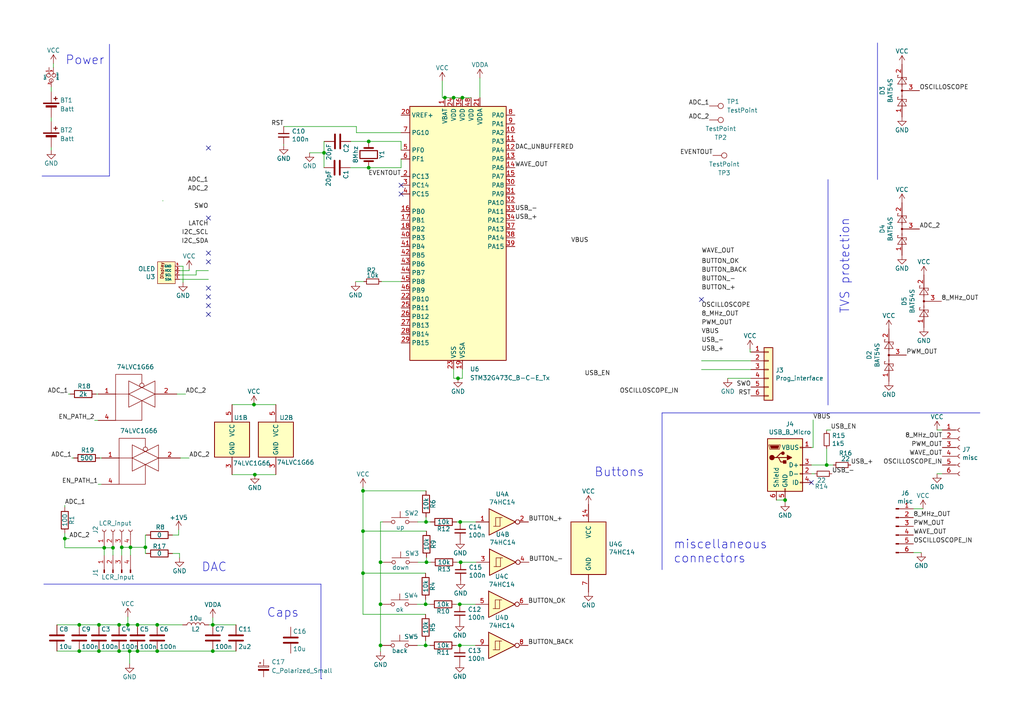
<source format=kicad_sch>
(kicad_sch (version 20230121) (generator eeschema)
  (paper "A4")
  (title_block (title "LCRmeter") (rev "2.5"))
  (junction (at 18.796 156.21))
  (junction (at 110.363 163.068))
  (junction (at 22.987 181.229))
  (junction (at 37.084 181.229))
  (junction (at 34.544 188.849))
  (junction (at 39.878 188.849))
  (junction (at -61.214 22.479))
  (junction (at 133.604 163.068))
  (junction (at 133.477 151.384))
  (junction (at 132.842 109.728))
  (junction (at 45.593 188.849))
  (junction (at -69.215 22.479))
  (junction (at 131.572 28.321))
  (junction (at 28.702 188.849))
  (junction (at 30.226 158.877))
  (junction (at 123.571 151.384))
  (junction (at 134.112 28.321))
  (junction (at 123.444 175.26))
  (junction (at 133.35 175.26))
  (junction (at 32.766 158.877))
  (junction (at 105.283 142.367))
  (junction (at 37.592 188.849))
  (junction (at 37.846 158.75))
  (junction (at 42.164 158.75))
  (junction (at 106.934 41.021))
  (junction (at 110.363 187.198))
  (junction (at 73.914 137.668))
  (junction (at 61.722 181.229))
  (junction (at 227.711 145.034))
  (junction (at -69.215 33.782))
  (junction (at 39.878 181.229))
  (junction (at 28.702 181.229))
  (junction (at 110.363 175.26))
  (junction (at 239.776 134.874))
  (junction (at 93.98 44.323))
  (junction (at 22.987 188.849))
  (junction (at 123.444 187.198))
  (junction (at -53.848 61.341))
  (junction (at -39.37 25.019))
  (junction (at 106.934 48.641))
  (junction (at 105.283 154.051))
  (junction (at 61.722 188.849))
  (junction (at 129.032 28.321))
  (junction (at 45.593 181.229))
  (junction (at 105.283 166.243))
  (junction (at 35.306 158.75))
  (junction (at 133.35 187.198))
  (junction (at 34.544 181.229))
  (junction (at -32.004 63.881))
  (junction (at 123.698 163.068))
  (junction (at 73.66 117.348))
  (no_connect (at 116.332 53.721))
  (no_connect (at 60.452 73.406))
  (no_connect (at 116.332 56.261))
  (no_connect (at 60.452 86.106))
  (no_connect (at 203.454 86.868))
  (no_connect (at 60.452 91.186))
  (no_connect (at 60.452 88.646))
  (no_connect (at 60.452 42.926))
  (no_connect (at 60.452 75.946))
  (no_connect (at 235.331 139.954))
  (no_connect (at 60.452 83.566))
  (no_connect (at 60.452 63.246))
  (wire (pts (xy 37.592 188.849) (xy 39.878 188.849)))
  (wire (pts (xy 56.896 79.756) (xy 52.07 79.756)))
  (wire (pts (xy 133.35 187.198) (xy 132.334 187.198)))
  (wire (pts (xy 123.444 175.26) (xy 124.714 175.26)))
  (wire (pts (xy 56.896 78.486) (xy 56.896 79.756)))
  (wire (pts (xy 82.296 41.783) (xy 82.296 42.164)))
  (wire (pts (xy 22.987 188.849) (xy 28.702 188.849)))
  (wire (pts (xy 227.711 145.669) (xy 227.711 145.034)))
  (wire (pts (xy -42.926 100.584) (xy -40.386 100.584)))
  (wire (pts (xy 93.98 41.021) (xy 94.107 41.021)))
  (wire (pts (xy 110.363 175.26) (xy 110.363 163.068)))
  (wire (pts (xy -53.848 61.341) (xy -52.07 61.341)))
  (wire (pts (xy 28.702 181.229) (xy 22.987 181.229)))
  (wire (pts (xy 264.922 147.574) (xy 267.716 147.574)))
  (wire (pts (xy 101.727 41.021) (xy 106.934 41.021)))
  (wire (pts (xy -46.99 52.959) (xy -46.99 56.261)))
  (wire (pts (xy 132.842 109.728) (xy 131.572 109.728)))
  (wire (pts (xy 27.432 121.92) (xy 28.448 121.92)))
  (wire (pts (xy 73.66 117.348) (xy 80.01 117.348)))
  (wire (pts (xy 14.859 25.273) (xy 14.859 26.543)))
  (wire (pts (xy 82.296 36.703) (xy 103.378 36.703)))
  (polyline (pts (xy 93.091 169.418) (xy 93.091 196.85)))
  (polyline (pts (xy 12.7 169.418) (xy 93.091 169.418)))
  (wire (pts (xy -39.37 25.019) (xy -36.83 25.019)))
  (wire (pts (xy 133.604 163.068) (xy 133.604 163.195)))
  (wire (pts (xy 60.452 81.026) (xy 52.07 81.026)))
  (wire (pts (xy 14.859 43.561) (xy 14.859 42.799)))
  (wire (pts (xy 235.839 121.793) (xy 235.839 129.794)))
  (wire (pts (xy 211.074 109.728) (xy 217.805 109.728)))
  (wire (pts (xy 20.32 114.3) (xy 19.812 114.3)))
  (wire (pts (xy 18.796 154.686) (xy 18.796 156.21)))
  (wire (pts (xy 123.444 175.26) (xy 121.031 175.26)))
  (wire (pts (xy 28.956 132.842) (xy 29.464 132.842)))
  (wire (pts (xy 138.176 163.068) (xy 133.604 163.068)))
  (wire (pts (xy 18.796 156.21) (xy 18.796 158.877)))
  (wire (pts (xy 67.31 137.668) (xy 73.914 137.668)))
  (wire (pts (xy -69.215 12.954) (xy -69.215 13.462)))
  (wire (pts (xy 235.839 129.794) (xy 235.331 129.794)))
  (wire (pts (xy 21.336 132.842) (xy 20.828 132.842)))
  (wire (pts (xy -69.215 35.179) (xy -69.215 33.782)))
  (wire (pts (xy 239.776 134.874) (xy 241.681 134.874)))
  (wire (pts (xy -53.848 53.975) (xy -53.848 61.341)))
  (wire (pts (xy 37.846 158.75) (xy 42.164 158.75)))
  (wire (pts (xy 67.31 117.348) (xy 73.66 117.348)))
  (wire (pts (xy -61.214 22.479) (xy -59.436 22.479)))
  (wire (pts (xy 131.572 109.728) (xy 131.572 107.061)))
  (wire (pts (xy 239.776 124.714) (xy 239.776 124.968)))
  (wire (pts (xy 217.551 102.108) (xy 217.551 101.219)))
  (wire (pts (xy 133.35 175.26) (xy 132.334 175.26)))
  (wire (pts (xy 34.544 181.229) (xy 37.084 181.229)))
  (wire (pts (xy 240.919 124.714) (xy 239.776 124.714)))
  (wire (pts (xy -32.004 73.533) (xy -54.61 73.533)))
  (wire (pts (xy 39.878 181.229) (xy 45.593 181.229)))
  (wire (pts (xy 52.324 132.842) (xy 54.864 132.842)))
  (wire (pts (xy 105.283 154.051) (xy 105.283 166.243)))
  (wire (pts (xy 133.35 175.26) (xy 133.35 175.387)))
  (wire (pts (xy -21.844 140.97) (xy -21.844 143.002)))
  (wire (pts (xy 123.698 163.068) (xy 121.285 163.068)))
  (wire (pts (xy 28.702 181.229) (xy 34.544 181.229)))
  (wire (pts (xy 37.084 181.229) (xy 39.878 181.229)))
  (wire (pts (xy -39.37 25.019) (xy -39.37 34.671)))
  (wire (pts (xy 18.796 146.558) (xy 18.796 147.066)))
  (wire (pts (xy -42.164 53.975) (xy -53.848 53.975)))
  (wire (pts (xy 37.846 158.75) (xy 37.846 161.036)))
  (wire (pts (xy 68.453 181.229) (xy 61.722 181.229)))
  (wire (pts (xy 123.571 142.367) (xy 105.283 142.367)))
  (wire (pts (xy -54.356 32.639) (xy -54.356 33.782)))
  (wire (pts (xy 133.35 187.198) (xy 133.35 187.325)))
  (wire (pts (xy 35.306 161.036) (xy 35.306 158.75)))
  (wire (pts (xy 30.226 158.877) (xy 32.766 158.877)))
  (wire (pts (xy 123.444 173.863) (xy 123.444 175.26)))
  (wire (pts (xy 28.448 140.462) (xy 29.464 140.462)))
  (wire (pts (xy 239.776 130.048) (xy 239.776 134.874)))
  (wire (pts (xy 133.477 151.384) (xy 133.477 151.511)))
  (wire (pts (xy 35.306 158.75) (xy 37.846 158.75)))
  (wire (pts (xy 110.871 187.198) (xy 110.363 187.198)))
  (wire (pts (xy 51.816 155.194) (xy 50.038 155.194)))
  (wire (pts (xy 139.192 22.606) (xy 139.192 28.321)))
  (wire (pts (xy -43.18 14.478) (xy -39.37 14.478)))
  (wire (pts (xy 61.722 181.229) (xy 61.722 179.197)))
  (wire (pts (xy 106.934 48.641) (xy 116.332 48.641)))
  (wire (pts (xy -32.004 63.881) (xy -32.004 73.533)))
  (wire (pts (xy 53.086 77.216) (xy 53.086 81.915)))
  (polyline (pts (xy 93.091 196.85) (xy 93.345 196.85)))
  (wire (pts (xy 106.934 41.021) (xy 116.332 41.021)))
  (wire (pts (xy -66.802 108.204) (xy -65.786 108.204)))
  (wire (pts (xy -54.61 66.421) (xy -52.07 66.421)))
  (wire (pts (xy 45.593 181.229) (xy 52.959 181.229)))
  (wire (pts (xy 129.032 28.321) (xy 131.572 28.321)))
  (wire (pts (xy 239.776 134.874) (xy 235.331 134.874)))
  (wire (pts (xy 123.698 161.671) (xy 123.698 163.068)))
  (polyline (pts (xy 12.192 51.054) (xy 31.75 51.054)))
  (wire (pts (xy 42.164 155.194) (xy 42.418 155.194)))
  (wire (pts (xy 42.164 158.75) (xy 42.164 160.528)))
  (wire (pts (xy 32.766 158.877) (xy 32.766 158.75)))
  (wire (pts (xy 73.914 137.668) (xy 80.01 137.668)))
  (wire (pts (xy -54.356 12.573) (xy -54.356 17.399)))
  (wire (pts (xy -56.642 61.341) (xy -53.848 61.341)))
  (wire (pts (xy 131.572 28.321) (xy 134.112 28.321)))
  (wire (pts (xy -32.004 63.881) (xy -29.464 63.881)))
  (wire (pts (xy -61.976 34.671) (xy -61.976 27.559)))
  (wire (pts (xy 271.78 124.714) (xy 273.304 124.714)))
  (wire (pts (xy 105.283 142.367) (xy 105.283 141.351)))
  (wire (pts (xy 30.226 158.877) (xy 30.226 158.75)))
  (wire (pts (xy 105.283 178.181) (xy 123.444 178.181)))
  (wire (pts (xy 52.07 77.216) (xy 53.086 77.216)))
  (wire (pts (xy 18.796 158.877) (xy 30.226 158.877)))
  (wire (pts (xy -54.61 73.533) (xy -54.61 66.421)))
  (wire (pts (xy 45.593 188.849) (xy 61.722 188.849)))
  (wire (pts (xy -69.215 21.082) (xy -69.215 22.479)))
  (wire (pts (xy 14.859 34.163) (xy 14.859 35.179)))
  (wire (pts (xy 47.244 58.166) (xy 47.244 58.293)))
  (wire (pts (xy 235.331 137.414) (xy 236.22 137.414)))
  (wire (pts (xy -32.004 63.881) (xy -36.83 63.881)))
  (wire (pts (xy 54.864 78.486) (xy 52.07 78.486)))
  (wire (pts (xy 103.378 38.481) (xy 116.332 38.481)))
  (wire (pts (xy 123.571 151.384) (xy 124.841 151.384)))
  (wire (pts (xy 27.94 114.3) (xy 28.448 114.3)))
  (wire (pts (xy 15.494 19.558) (xy 15.494 18.415)))
  (wire (pts (xy 32.766 161.036) (xy 32.766 158.877)))
  (wire (pts (xy 134.112 28.321) (xy 136.652 28.321)))
  (wire (pts (xy -69.215 22.479) (xy -61.214 22.479)))
  (wire (pts (xy 39.878 188.849) (xy 45.593 188.849)))
  (wire (pts (xy 105.283 142.367) (xy 105.283 154.051)))
  (wire (pts (xy 105.283 154.051) (xy 123.698 154.051)))
  (wire (pts (xy 16.51 188.849) (xy 22.987 188.849)))
  (wire (pts (xy 123.444 187.198) (xy 121.031 187.198)))
  (wire (pts (xy 93.98 44.323) (xy 93.98 48.641)))
  (polyline (pts (xy 31.75 51.054) (xy 31.75 12.827)))
  (wire (pts (xy -69.215 33.782) (xy -69.215 32.004)))
  (wire (pts (xy 18.796 156.21) (xy 20.066 156.21)))
  (wire (pts (xy 110.363 187.198) (xy 110.363 188.976)))
  (wire (pts (xy 103.378 36.703) (xy 103.378 38.481)))
  (wire (pts (xy 60.452 78.486) (xy 56.896 78.486)))
  (wire (pts (xy 116.332 48.641) (xy 116.332 46.101)))
  (wire (pts (xy 110.363 175.26) (xy 110.871 175.26)))
  (wire (pts (xy 137.922 175.26) (xy 133.35 175.26)))
  (wire (pts (xy -50.8 14.478) (xy -61.214 14.478)))
  (wire (pts (xy 123.571 149.987) (xy 123.571 151.384)))
  (wire (pts (xy 132.842 109.728) (xy 134.112 109.728)))
  (wire (pts (xy 51.308 114.3) (xy 53.848 114.3)))
  (wire (pts (xy -32.004 53.975) (xy -32.004 63.881)))
  (wire (pts (xy 101.6 48.641) (xy 106.934 48.641)))
  (wire (pts (xy 105.283 166.243) (xy 123.444 166.243)))
  (wire (pts (xy 227.711 145.034) (xy 225.171 145.034)))
  (wire (pts (xy 52.07 161.798) (xy 52.07 160.528)))
  (wire (pts (xy -31.115 148.082) (xy -29.464 148.082)))
  (wire (pts (xy -66.802 100.584) (xy -65.786 100.584)))
  (wire (pts (xy 123.444 185.801) (xy 123.444 187.198)))
  (wire (pts (xy 105.537 81.661) (xy 103.124 81.661)))
  (wire (pts (xy -69.215 33.782) (xy -54.356 33.782)))
  (wire (pts (xy 42.164 160.528) (xy 42.418 160.528)))
  (wire (pts (xy 137.922 187.198) (xy 133.35 187.198)))
  (wire (pts (xy 42.164 155.194) (xy 42.164 158.75)))
  (polyline (pts (xy 284.226 119.761) (xy 192.024 119.761)))
  (wire (pts (xy 133.604 163.068) (xy 132.588 163.068)))
  (wire (pts (xy 110.363 163.068) (xy 110.363 151.384)))
  (wire (pts (xy 34.544 188.849) (xy 37.592 188.849)))
  (wire (pts (xy 110.363 187.198) (xy 110.363 175.26)))
  (wire (pts (xy 89.789 44.323) (xy 93.98 44.323)))
  (wire (pts (xy 134.112 109.728) (xy 134.112 107.061)))
  (wire (pts (xy 267.208 160.274) (xy 264.922 160.274)))
  (wire (pts (xy 37.592 192.532) (xy 37.592 188.849)))
  (wire (pts (xy 217.805 102.108) (xy 217.551 102.108)))
  (wire (pts (xy 123.444 187.198) (xy 124.714 187.198)))
  (wire (pts (xy 123.698 163.068) (xy 124.968 163.068)))
  (wire (pts (xy -34.544 53.975) (xy -32.004 53.975)))
  (wire (pts (xy 37.084 178.943) (xy 37.084 181.229)))
  (wire (pts (xy -61.214 14.478) (xy -61.214 22.479)))
  (wire (pts (xy -39.37 25.019) (xy -44.196 25.019)))
  (wire (pts (xy 54.864 78.105) (xy 54.864 78.486)))
  (polyline (pts (xy 254.508 52.07) (xy 254.508 12.446)))
  (wire (pts (xy 51.816 153.67) (xy 51.816 155.194)))
  (polyline (pts (xy 240.157 52.07) (xy 240.157 117.475)))
  (wire (pts (xy -69.215 22.479) (xy -69.215 24.384)))
  (wire (pts (xy 22.987 181.229) (xy 16.51 181.229)))
  (wire (pts (xy -46.99 75.311) (xy -46.99 71.501)))
  (wire (pts (xy 110.363 151.384) (xy 110.998 151.384)))
  (wire (pts (xy 128.27 28.321) (xy 129.032 28.321)))
  (wire (pts (xy 93.98 41.021) (xy 93.98 44.323)))
  (wire (pts (xy 28.702 188.849) (xy 34.544 188.849)))
  (wire (pts (xy 133.477 151.384) (xy 132.461 151.384)))
  (wire (pts (xy 203.454 107.188) (xy 217.805 107.188)))
  (wire (pts (xy 116.332 41.021) (xy 116.332 43.561)))
  (wire (pts (xy 68.453 188.849) (xy 61.722 188.849)))
  (wire (pts (xy 60.579 181.229) (xy 61.722 181.229)))
  (wire (pts (xy 116.332 81.661) (xy 110.617 81.661)))
  (wire (pts (xy 52.07 160.528) (xy 50.038 160.528)))
  (wire (pts (xy 105.283 166.243) (xy 105.283 178.181)))
  (polyline (pts (xy 192.024 119.761) (xy 192.024 165.227)))
  (wire (pts (xy 30.226 161.036) (xy 30.226 158.877)))
  (wire (pts (xy 203.454 104.648) (xy 217.805 104.648)))
  (wire (pts (xy 123.571 151.384) (xy 121.158 151.384)))
  (wire (pts (xy 128.27 23.495) (xy 128.27 28.321)))
  (wire (pts (xy 271.78 137.414) (xy 273.304 137.414)))
  (wire (pts (xy 110.363 163.068) (xy 111.125 163.068)))
  (wire (pts (xy -39.37 34.671) (xy -61.976 34.671)))
  (wire (pts (xy -39.37 14.478) (xy -39.37 25.019)))
  (wire (pts (xy -61.976 27.559) (xy -59.436 27.559)))
  (wire (pts (xy 138.049 151.384) (xy 133.477 151.384)))
  (text "Power" (at 18.923 19.05 0) (effects (font (size 2.54 2.54)) (justify left bottom)))
  (text "Use dac buffered, if uc's internal is not enough\nUse other paths for measurments if needed\nuse Vdd/2 voltage reference if needed?" (at -59.817 179.578 0) (effects (font (size 1.27 1.27)) (justify left bottom)))
  (text "Buttons" (at 172.339 138.557 0) (effects (font (size 2.54 2.54)) (justify left bottom)))
  (text "TVS protection" (at 246.507 91.186 90) (effects (font (size 2.54 2.54)) (justify left bottom)))
  (text "miscellaneous\nconnectors" (at 195.326 163.576 0) (effects (font (size 2.54 2.54)) (justify left bottom)))
  (text "Caps" (at 77.343 179.324 0) (effects (font (size 2.54 2.54)) (justify left bottom)))
  (text "DAC" (at 58.42 166.116 0) (effects (font (size 2.54 2.54)) (justify left bottom)))
  (label "WAVE_OUT" (at 149.352 48.641 0))
  (label "OSCILLOSCOPE" (at 203.454 89.408 0))
  (label "PWM_OUT" (at 262.89 102.997 0))
  (label "ADC_2" (at 60.452 55.626 180))
  (label "EVENTOUT" (at 206.756 45.085 180))
  (label "DAC_UNBUFFERED" (at 149.352 43.561 0))
  (label "ADC_2" (at 205.74 34.798 180))
  (label "WAVE_OUT" (at 273.304 132.334 180))
  (label "VBUS" (at 165.608 70.612 0))
  (label "8_MHz_OUT" (at 203.454 91.948 0))
  (label "8_MHz_OUT" (at 264.922 150.114 0))
  (label "USB_+" (at 203.454 102.108 0))
  (label "USB_+" (at 246.761 134.874 0))
  (label "USB_-" (at 203.454 99.568 0))
  (label "ADC_2" (at 20.066 156.21 0))
  (label "ADC_1" (at 205.74 30.734 180))
  (label "USB_+" (at 149.352 63.881 0))
  (label "BUTTON_OK" (at 203.454 76.708 0))
  (label "USB_-" (at 149.352 61.341 0))
  (label "SWO" (at 217.805 112.268 180))
  (label "BUTTON_+" (at 153.289 151.384 0))
  (label "ADC_2" (at -21.844 140.97 0))
  (label "SWO" (at 60.452 60.706 180))
  (label "BUTTON_-" (at 153.416 163.068 0))
  (label "I2C_SCL" (at 60.452 68.326 180))
  (label "EN_PATH_1" (at 28.448 140.462 180))
  (label "ADC_1" (at 20.828 132.842 180))
  (label "ADC_1" (at 18.796 146.558 0))
  (label "WAVE_OUT" (at 203.454 73.66 0))
  (label "ADC_2" (at 54.864 132.842 0))
  (label "USB_EN" (at 240.919 124.714 0))
  (label "DAC_UNBUFFERED" (at -56.642 61.341 180))
  (label "LATCH" (at 60.452 65.786 180))
  (label "VBUS" (at 203.454 97.028 0))
  (label "8_MHz_OUT" (at 273.304 127.254 180))
  (label "ADC_1" (at -66.802 100.584 180))
  (label "RST" (at 217.805 114.808 180))
  (label "OSCILLOSCOPE_IN" (at 179.705 114.3 0))
  (label "ADC_2" (at 266.7 66.421 0))
  (label "RES_CALIBRATION" (at -31.115 148.082 180))
  (label "BUTTON_+" (at 203.454 84.328 0))
  (label "8_MHz_OUT" (at 273.05 87.376 0))
  (label "USB_EN" (at 169.545 109.22 0))
  (label "OSCILLOSCOPE_IN" (at 264.922 157.734 0))
  (label "ADC_2" (at -40.386 100.584 0))
  (label "VBUS" (at 235.839 121.793 0))
  (label "ADC_1" (at -29.464 63.881 0))
  (label "PWM_OUT" (at 273.304 129.794 180))
  (label "EN_PATH_2" (at 27.432 121.92 180))
  (label "EVENTOUT" (at 116.332 51.181 180))
  (label "ADC_1" (at 19.812 114.3 180))
  (label "ADC_2" (at 53.848 114.3 0))
  (label "USB_-" (at 241.3 137.414 0))
  (label "PWM_OUT" (at 264.922 152.654 0))
  (label "BUTTON_OK" (at 153.162 175.26 0))
  (label "EN_PATH_2" (at -66.802 108.204 180))
  (label "OSCILLOSCOPE_IN" (at 273.304 134.874 180))
  (label "PWM_OUT" (at 203.454 94.488 0))
  (label "BUTTON_BACK" (at 203.454 79.248 0))
  (label "ADC_1" (at 60.452 53.086 180))
  (label "BUTTON_BACK" (at 153.162 187.198 0))
  (label "RST" (at 82.296 36.703 180))
  (label "OSCILLOSCOPE" (at 266.7 26.289 0))
  (label "I2C_SDA" (at 60.452 70.866 180))
  (label "WAVE_OUT" (at 264.922 155.194 0))
  (label "BUTTON_-" (at 203.454 81.788 0))
  (symbol (lib_id "Device:C") (at 28.702 185.039 0) (unit 1)
    (property "Reference" "C3" (at 29.337 182.499 0) (effects (justify left)))
    (property "Value" "100n" (at 29.337 187.579 0) (effects (justify left)))
    (property "Footprint" "Capacitor_SMD:C_0603_1608Metric_Pad1.05x0.95mm_HandSolder" (effects hide))
  )
  (symbol (lib_id "Device:C") (at 34.544 185.039 0) (unit 1)
    (property "Reference" "C4" (at 35.179 182.499 0) (effects (justify left)))
    (property "Value" "100n" (at 35.179 187.579 0) (effects (justify left)))
    (property "Footprint" "Capacitor_SMD:C_0603_1608Metric_Pad1.05x0.95mm_HandSolder" (effects hide))
  )
  (symbol (lib_id "Device:C") (at 39.878 185.039 0) (unit 1)
    (property "Reference" "C5" (at 40.513 182.499 0) (effects (justify left)))
    (property "Value" "100n" (at 40.513 187.579 0) (effects (justify left)))
    (property "Footprint" "Capacitor_SMD:C_0603_1608Metric_Pad1.05x0.95mm_HandSolder" (effects hide))
  )
  (symbol (lib_id "Device:C") (at 45.593 185.039 0) (unit 1)
    (property "Reference" "C6" (at 46.228 182.499 0) (effects (justify left)))
    (property "Value" "100n" (at 46.228 187.579 0) (effects (justify left)))
    (property "Footprint" "Capacitor_SMD:C_0603_1608Metric_Pad1.05x0.95mm_HandSolder" (effects hide))
  )
  (symbol (lib_id "Device:Crystal") (at 106.934 44.831 270) (unit 1)
    (property "Reference" "Y1" (at 110.744 44.831 0))
    (property "Value" "8Mhz" (at 103.124 44.831 0))
    (property "Footprint" "Crystal:Crystal_HC49-U_Vertical" (effects hide))
  )
  (symbol (lib_id "Device:C") (at 97.917 41.021 270) (unit 1)
    (property "Reference" "C2" (at 100.457 41.656 0) (effects (justify left)))
    (property "Value" "20pF" (at 95.377 41.656 0) (effects (justify left)))
    (property "Footprint" "Capacitor_SMD:C_0805_2012Metric_Pad1.15x1.40mm_HandSolder" (effects hide))
  )
  (symbol (lib_id "Device:C") (at 97.79 48.641 270) (unit 1)
    (property "Reference" "C1" (at 100.33 49.276 0) (effects (justify left)))
    (property "Value" "20pF" (at 95.25 49.276 0) (effects (justify left)))
    (property "Footprint" "Capacitor_SMD:C_0805_2012Metric_Pad1.15x1.40mm_HandSolder" (effects hide))
  )
  (symbol (lib_id "power:GND") (at 89.789 44.323 0) (unit 1)
    (property "Reference" "#PWR01" (effects hide))
    (property "Value" "GND" (at 89.789 48.133 0))
  )
  (symbol (lib_id "power:GND") (at 37.592 192.532 0) (unit 1)
    (property "Reference" "#PWR02" (effects hide))
    (property "Value" "GND" (at 37.592 196.342 0))
  )
  (symbol (lib_id "power:VCC") (at 37.084 178.943 0) (unit 1)
    (property "Reference" "#PWR03" (effects hide))
    (property "Value" "VCC" (at 37.084 175.133 0))
  )
  (symbol (lib_id "Device:Battery_Cell") (at 14.859 40.259 0) (unit 1)
    (property "Reference" "BT2" (at 17.399 37.719 0) (effects (justify left)))
    (property "Value" "Batt" (at 17.399 40.259 0) (effects (justify left)))
    (property "Footprint" "Battery:BatteryHolder_Keystone_2466_1xAAA" (effects hide))
  )
  (symbol (lib_id "Device:Battery_Cell") (at 14.859 31.623 0) (unit 1)
    (property "Reference" "BT1" (at 17.399 29.083 0) (effects (justify left)))
    (property "Value" "Batt" (at 17.399 31.623 0) (effects (justify left)))
    (property "Footprint" "Battery:BatteryHolder_Keystone_2466_1xAAA" (effects hide))
  )
  (symbol (lib_id "power:GND") (at 14.859 43.561 0) (unit 1)
    (property "Reference" "#PWR04" (effects hide))
    (property "Value" "GND" (at 14.859 47.371 0))
  )
  (symbol (lib_id "power:VCC") (at 15.494 18.415 0) (unit 1)
    (property "Reference" "#PWR05" (effects hide))
    (property "Value" "VCC" (at 15.494 14.605 0))
  )
  (symbol (lib_id "power:GND") (at 82.296 42.164 0) (unit 1)
    (property "Reference" "#PWR07" (effects hide))
    (property "Value" "GND" (at 82.296 45.974 0))
  )
  (symbol (lib_id "power:VCC") (at 128.27 23.495 0) (unit 1)
    (property "Reference" "#PWR010" (effects hide))
    (property "Value" "VCC" (at 128.27 19.685 0))
  )
  (symbol (lib_id "Device:C") (at 61.722 185.039 0) (unit 1)
    (property "Reference" "C7" (at 62.357 182.499 0) (effects (justify left)))
    (property "Value" "100n" (at 62.357 187.579 0) (effects (justify left)))
    (property "Footprint" "Capacitor_SMD:C_0603_1608Metric_Pad1.05x0.95mm_HandSolder" (effects hide))
  )
  (symbol (lib_id "Device:L") (at 56.769 181.229 90) (unit 1)
    (property "Reference" "L2" (at 56.769 182.499 90))
    (property "Value" "10u" (at 56.769 179.324 90))
    (property "Footprint" "Inductor_SMD:L_0805_2012Metric_Pad1.15x1.40mm_HandSolder" (effects hide))
  )
  (symbol (lib_id "power:VDDA") (at 61.722 179.197 0) (unit 1)
    (property "Reference" "#PWR012" (effects hide))
    (property "Value" "VDDA" (at 61.722 175.387 0))
  )
  (symbol (lib_id "power:VDDA") (at 139.192 22.606 0) (unit 1)
    (property "Reference" "#PWR013" (effects hide))
    (property "Value" "VDDA" (at 139.192 18.796 0))
  )
  (symbol (lib_id "Device:R") (at 18.796 150.876 0) (unit 1)
    (property "Reference" "R1" (at 20.828 150.876 90))
    (property "Value" "100" (at 18.796 150.876 90))
    (property "Footprint" "Resistor_SMD:R_0805_2012Metric_Pad1.15x1.40mm_HandSolder" (effects hide))
  )
  (symbol (lib_id "lcrmeter-rescue:Conn_01x04_Female") (at 32.766 153.67 90) (unit 1)
    (property "Reference" "J2" (at 27.686 153.67 0))
    (property "Value" "LCR_input" (at 33.401 151.765 90))
    (property "Footprint" "Connector_PinSocket_2.54mm:PinSocket_1x04_P2.54mm_Vertical" (effects hide))
  )
  (symbol (lib_id "lcrmeter-rescue:Conn_01x04_Male") (at 32.766 166.116 90) (unit 1)
    (property "Reference" "J1" (at 27.686 166.116 0))
    (property "Value" "LCR_input" (at 34.163 167.386 90))
    (property "Footprint" "Connector_PinHeader_2.54mm:PinHeader_1x04_P2.54mm_Vertical" (effects hide))
  )
  (symbol (lib_id "power:+1V5") (at 51.816 153.67 0) (unit 1)
    (property "Reference" "#PWR017" (effects hide))
    (property "Value" "+1V5" (at 51.816 150.114 0))
  )
  (symbol (lib_id "lcrmeter-rescue:SW_Push") (at 116.078 151.384 0) (unit 1)
    (property "Reference" "SW2" (at 117.348 148.844 0) (effects (justify left)))
    (property "Value" "up" (at 116.078 152.908 0))
    (property "Footprint" "Button_Switch_SMD:SW_SPST_REED_CT05-XXXX-G1" (effects hide))
  )
  (symbol (lib_id "lcrmeter-rescue:SW_Push") (at 116.205 163.068 0) (unit 1)
    (property "Reference" "SW3" (at 117.475 160.528 0) (effects (justify left)))
    (property "Value" "down" (at 116.205 164.592 0))
    (property "Footprint" "Button_Switch_SMD:SW_SPST_REED_CT05-XXXX-G1" (effects hide))
  )
  (symbol (lib_id "lcrmeter-rescue:SW_Push") (at 115.951 175.26 0) (unit 1)
    (property "Reference" "SW4" (at 117.221 172.72 0) (effects (justify left)))
    (property "Value" "ok" (at 115.951 176.784 0))
    (property "Footprint" "Button_Switch_SMD:SW_SPST_REED_CT05-XXXX-G1" (effects hide))
  )
  (symbol (lib_id "lcrmeter-rescue:SW_Push") (at 115.951 187.198 0) (unit 1)
    (property "Reference" "SW5" (at 117.221 184.658 0) (effects (justify left)))
    (property "Value" "back" (at 115.951 188.722 0))
    (property "Footprint" "Button_Switch_SMD:SW_SPST_REED_CT05-XXXX-G1" (effects hide))
  )
  (symbol (lib_id "lcrmeter-rescue:switch_2_pos_small") (at 14.859 23.368 0) (unit 1)
    (property "Reference" "SW1" (at 13.081 22.352 90) (effects (font (size 0.5334 0.5334))))
    (property "Value" "power" (at 16.637 22.098 90) (effects (font (size 0.5334 0.5334))))
    (property "Footprint" "Connector_PinHeader_2.54mm:PinHeader_1x03_P2.54mm_Vertical" (effects hide))
  )
  (symbol (lib_id "lcrmeter-rescue:BAT54S-Diode") (at 261.62 26.289 90) (unit 1)
    (property "Reference" "D3" (at 255.905 26.289 0))
    (property "Value" "BAT54S" (at 258.2164 26.289 0))
    (property "Footprint" "Package_TO_SOT_SMD:SOT-23" (effects hide))
    (property "Datasheet" "https://www.diodes.com/assets/Datasheets/ds11005.pdf" (effects hide))
  )
  (symbol (lib_id "Connector_Generic:Conn_01x06") (at 222.885 107.188 0) (unit 1)
    (property "Reference" "J3" (at 224.917 107.3912 0) (effects (justify left)))
    (property "Value" "Prog_interface" (at 224.917 109.7026 0) (effects (justify left)))
    (property "Footprint" "Connector_PinHeader_2.54mm:PinHeader_1x06_P2.54mm_Vertical" (effects hide))
  )
  (symbol (lib_id "lcrmeter-rescue:OLED-Mylibrary") (at 49.53 79.756 180) (unit 1)
    (property "Reference" "U3" (at 45.0342 80.2894 0) (effects (justify left)))
    (property "Value" "OLED" (at 45.0342 77.978 0) (effects (justify left)))
    (property "Footprint" "footprints:OLED_128x64" (effects hide))
  )
  (symbol (lib_id "power:GND") (at 211.074 109.728 0) (unit 1)
    (property "Reference" "#PWR0101" (effects hide))
    (property "Value" "GND" (at 211.074 113.538 0))
  )
  (symbol (lib_id "power:VCC") (at 217.551 101.219 0) (unit 1)
    (property "Reference" "#PWR0102" (effects hide))
    (property "Value" "VCC" (at 217.551 97.409 0))
  )
  (symbol (lib_id "lcrmeter-rescue:BAT54S-Diode") (at 261.62 66.421 90) (unit 1)
    (property "Reference" "D4" (at 255.905 66.421 0))
    (property "Value" "BAT54S" (at 258.2164 66.421 0))
    (property "Footprint" "Package_TO_SOT_SMD:SOT-23" (effects hide))
    (property "Datasheet" "https://www.diodes.com/assets/Datasheets/ds11005.pdf" (effects hide))
  )
  (symbol (lib_id "lcrmeter-rescue:BAT54S-Diode") (at 267.97 87.376 90) (unit 1)
    (property "Reference" "D5" (at 262.255 87.376 0))
    (property "Value" "BAT54S" (at 264.5664 87.376 0))
    (property "Footprint" "Package_TO_SOT_SMD:SOT-23" (effects hide))
    (property "Datasheet" "https://www.diodes.com/assets/Datasheets/ds11005.pdf" (effects hide))
  )
  (symbol (lib_id "lcrmeter-rescue:BAT54S-Diode") (at 257.81 102.997 90) (unit 1)
    (property "Reference" "D2" (at 252.095 102.997 0))
    (property "Value" "BAT54S" (at 254.4064 102.997 0))
    (property "Footprint" "Package_TO_SOT_SMD:SOT-23" (effects hide))
    (property "Datasheet" "https://www.diodes.com/assets/Datasheets/ds11005.pdf" (effects hide))
  )
  (symbol (lib_id "power:VCC") (at 261.62 18.669 0) (unit 1)
    (property "Reference" "#PWR0122" (effects hide))
    (property "Value" "VCC" (at 261.62 14.859 0))
  )
  (symbol (lib_id "power:GND") (at 261.62 33.909 0) (unit 1)
    (property "Reference" "#PWR0123" (effects hide))
    (property "Value" "GND" (at 261.62 37.719 0))
  )
  (symbol (lib_id "power:GND") (at 261.62 74.041 0) (unit 1)
    (property "Reference" "#PWR0125" (effects hide))
    (property "Value" "GND" (at 261.62 77.851 0))
  )
  (symbol (lib_id "power:GND") (at 267.97 94.996 0) (unit 1)
    (property "Reference" "#PWR0126" (effects hide))
    (property "Value" "GND" (at 267.97 98.806 0))
  )
  (symbol (lib_id "power:GND") (at 257.81 110.617 0) (unit 1)
    (property "Reference" "#PWR0127" (effects hide))
    (property "Value" "GND" (at 257.81 114.427 0))
  )
  (symbol (lib_id "power:VCC") (at 261.62 58.801 0) (unit 1)
    (property "Reference" "#PWR0129" (effects hide))
    (property "Value" "VCC" (at 261.62 54.991 0))
  )
  (symbol (lib_id "power:VCC") (at 267.97 79.756 0) (unit 1)
    (property "Reference" "#PWR0130" (effects hide))
    (property "Value" "VCC" (at 267.97 75.946 0))
  )
  (symbol (lib_id "power:VCC") (at 257.81 95.377 0) (unit 1)
    (property "Reference" "#PWR0131" (effects hide))
    (property "Value" "VCC" (at 257.81 91.567 0))
  )
  (symbol (lib_id "lcrmeter-rescue:Conn_01x06_Female-Connector") (at 278.384 129.794 0) (unit 1)
    (property "Reference" "J7" (at 279.0698 130.4036 0) (effects (justify left)))
    (property "Value" "misc" (at 279.0698 132.715 0) (effects (justify left)))
    (property "Footprint" "Connector_PinHeader_2.54mm:PinHeader_1x06_P2.54mm_Vertical" (effects hide))
  )
  (symbol (lib_id "lcrmeter-rescue:Conn_01x06_Male-Connector") (at 259.842 152.654 0) (unit 1)
    (property "Reference" "J6" (at 262.5344 143.0528 0))
    (property "Value" "misc" (at 262.5344 145.3642 0))
    (property "Footprint" "Connector_PinSocket_2.54mm:PinSocket_1x06_P2.54mm_Vertical" (effects hide))
  )
  (symbol (lib_id "Device:C_Small") (at 82.296 39.243 0) (unit 1)
    (property "Reference" "C10" (at 84.6328 38.0746 0) (effects (justify left)))
    (property "Value" "100n" (at 84.6328 40.386 0) (effects (justify left)))
    (property "Footprint" "Capacitor_SMD:C_0603_1608Metric_Pad1.05x0.95mm_HandSolder" (effects hide))
  )
  (symbol (lib_id "power:GND") (at 267.208 160.274 0) (unit 1)
    (property "Reference" "#PWR0132" (effects hide))
    (property "Value" "GND" (at 267.208 164.084 0))
  )
  (symbol (lib_id "power:VCC") (at 267.716 147.574 0) (unit 1)
    (property "Reference" "#PWR0134" (effects hide))
    (property "Value" "VCC" (at 267.716 143.764 0))
  )
  (symbol (lib_id "lcrmeter-rescue:USB_B_Micro-Connector") (at 227.711 134.874 0) (unit 1)
    (property "Reference" "J4" (at 229.108 123.0122 0))
    (property "Value" "USB_B_Micro" (at 229.108 125.3236 0))
    (property "Footprint" "Connector_USB:USB_Micro-B_Molex_47346-0001" (effects hide))
  )
  (symbol (lib_id "Device:R_Small") (at 239.776 127.508 0) (unit 1)
    (property "Reference" "R15" (at 241.2746 126.3396 0) (effects (justify left)))
    (property "Value" "1k5" (at 241.2746 128.651 0) (effects (justify left)))
    (property "Footprint" "Resistor_SMD:R_0805_2012Metric_Pad1.15x1.40mm_HandSolder" (effects hide))
  )
  (symbol (lib_id "power:GND") (at 227.711 145.669 0) (unit 1)
    (property "Reference" "#PWR0136" (effects hide))
    (property "Value" "GND" (at 227.711 149.479 0))
  )
  (symbol (lib_id "Device:R_Small") (at 238.76 137.414 90) (unit 1)
    (property "Reference" "R14" (at 238.252 141.097 90))
    (property "Value" "22" (at 238.252 139.319 90))
    (property "Footprint" "Resistor_SMD:R_0805_2012Metric_Pad1.15x1.40mm_HandSolder" (effects hide))
  )
  (symbol (lib_id "Device:R_Small") (at 244.221 134.874 90) (unit 1)
    (property "Reference" "R16" (at 245.237 131.445 90))
    (property "Value" "22" (at 245.237 133.096 90))
    (property "Footprint" "Resistor_SMD:R_0805_2012Metric_Pad1.15x1.40mm_HandSolder" (effects hide))
  )
  (symbol (lib_id "Device:R_Small") (at 108.077 81.661 90) (unit 1)
    (property "Reference" "R2" (at 107.696 78.359 90))
    (property "Value" "10k" (at 108.077 79.883 90))
    (property "Footprint" "Resistor_SMD:R_0603_1608Metric_Pad1.05x0.95mm_HandSolder" (effects hide))
  )
  (symbol (lib_id "power:GND") (at 103.124 81.788 0) (unit 1)
    (property "Reference" "#PWR0104" (effects hide))
    (property "Value" "GND" (at 103.124 85.598 0))
  )
  (symbol (lib_id "Device:C") (at 22.987 185.039 0) (unit 1)
    (property "Reference" "C9" (at 23.622 182.499 0) (effects (justify left)))
    (property "Value" "100n" (at 23.622 187.579 0) (effects (justify left)))
    (property "Footprint" "Capacitor_SMD:C_0603_1608Metric_Pad1.05x0.95mm_HandSolder" (effects hide))
  )
  (symbol (lib_id "power:GND") (at 53.086 81.915 0) (unit 1)
    (property "Reference" "#PWR0106" (effects hide))
    (property "Value" "GND" (at 53.086 85.725 0))
  )
  (symbol (lib_id "power:VCC") (at 54.864 78.105 0) (unit 1)
    (property "Reference" "#PWR0107" (effects hide))
    (property "Value" "VCC" (at 54.864 74.295 0))
  )
  (symbol (lib_id "power:GND") (at 271.78 137.414 0) (unit 1)
    (property "Reference" "#PWR0109" (effects hide))
    (property "Value" "GND" (at 271.78 141.224 0))
  )
  (symbol (lib_id "power:VCC") (at 271.78 124.714 0) (unit 1)
    (property "Reference" "#PWR0110" (effects hide))
    (property "Value" "VCC" (at 271.78 120.904 0))
  )
  (symbol (lib_id "Device:R") (at 123.571 146.177 0) (unit 1)
    (property "Reference" "R6" (at 125.603 146.177 90))
    (property "Value" "10k" (at 123.571 146.177 90))
    (property "Footprint" "Resistor_SMD:R_0603_1608Metric_Pad1.05x0.95mm_HandSolder" (effects hide))
  )
  (symbol (lib_id "Device:R") (at 128.651 151.384 270) (unit 1)
    (property "Reference" "R12" (at 128.651 153.416 90))
    (property "Value" "10k" (at 128.651 151.384 90))
    (property "Footprint" "Resistor_SMD:R_0603_1608Metric_Pad1.05x0.95mm_HandSolder" (effects hide))
  )
  (symbol (lib_id "power:GND") (at 133.477 156.591 0) (unit 1)
    (property "Reference" "#PWR0111" (effects hide))
    (property "Value" "GND" (at 133.477 160.401 0))
  )
  (symbol (lib_id "Device:C_Small") (at 133.477 154.051 0) (unit 1)
    (property "Reference" "C14" (at 135.8138 152.8826 0) (effects (justify left)))
    (property "Value" "100n" (at 135.8138 155.194 0) (effects (justify left)))
    (property "Footprint" "Capacitor_SMD:C_0603_1608Metric_Pad1.05x0.95mm_HandSolder" (effects hide))
  )
  (symbol (lib_id "74xx:74HC14") (at 145.669 151.384 0) (unit 1)
    (property "Reference" "U4" (at 145.669 143.3322 0))
    (property "Value" "74HC14" (at 145.669 145.6436 0))
    (property "Footprint" "Package_SO:SOIC-14_3.9x8.7mm_P1.27mm" (effects hide))
    (property "Datasheet" "http://www.ti.com/lit/gpn/sn74HC14" (effects hide))
  )
  (symbol (lib_id "power:GND") (at 110.363 188.976 0) (unit 1)
    (property "Reference" "#PWR0112" (effects hide))
    (property "Value" "GND" (at 110.363 192.786 0))
  )
  (symbol (lib_id "Device:R") (at 123.698 157.861 0) (unit 1)
    (property "Reference" "R9" (at 125.73 157.861 90))
    (property "Value" "10k" (at 123.698 157.861 90))
    (property "Footprint" "Resistor_SMD:R_0603_1608Metric_Pad1.05x0.95mm_HandSolder" (effects hide))
  )
  (symbol (lib_id "Device:R") (at 128.778 163.068 270) (unit 1)
    (property "Reference" "R13" (at 128.778 165.1 90))
    (property "Value" "10k" (at 128.778 163.068 90))
    (property "Footprint" "Resistor_SMD:R_0603_1608Metric_Pad1.05x0.95mm_HandSolder" (effects hide))
  )
  (symbol (lib_id "power:GND") (at 133.604 168.275 0) (unit 1)
    (property "Reference" "#PWR0113" (effects hide))
    (property "Value" "GND" (at 133.604 172.085 0))
  )
  (symbol (lib_id "Device:C_Small") (at 133.604 165.735 0) (unit 1)
    (property "Reference" "C15" (at 135.9408 164.5666 0) (effects (justify left)))
    (property "Value" "100n" (at 135.9408 166.878 0) (effects (justify left)))
    (property "Footprint" "Capacitor_SMD:C_0603_1608Metric_Pad1.05x0.95mm_HandSolder" (effects hide))
  )
  (symbol (lib_id "Device:R") (at 123.444 170.053 0) (unit 1)
    (property "Reference" "R4" (at 125.476 170.053 90))
    (property "Value" "10k" (at 123.444 170.053 90))
    (property "Footprint" "Resistor_SMD:R_0603_1608Metric_Pad1.05x0.95mm_HandSolder" (effects hide))
  )
  (symbol (lib_id "Device:R") (at 128.524 175.26 270) (unit 1)
    (property "Reference" "R10" (at 128.524 177.292 90))
    (property "Value" "10k" (at 128.524 175.26 90))
    (property "Footprint" "Resistor_SMD:R_0603_1608Metric_Pad1.05x0.95mm_HandSolder" (effects hide))
  )
  (symbol (lib_id "power:GND") (at 133.35 180.467 0) (unit 1)
    (property "Reference" "#PWR0114" (effects hide))
    (property "Value" "GND" (at 133.35 184.277 0))
  )
  (symbol (lib_id "Device:C_Small") (at 133.35 177.927 0) (unit 1)
    (property "Reference" "C12" (at 135.6868 176.7586 0) (effects (justify left)))
    (property "Value" "100n" (at 135.6868 179.07 0) (effects (justify left)))
    (property "Footprint" "Capacitor_SMD:C_0603_1608Metric_Pad1.05x0.95mm_HandSolder" (effects hide))
  )
  (symbol (lib_id "Device:R") (at 123.444 181.991 0) (unit 1)
    (property "Reference" "R5" (at 125.476 181.991 90))
    (property "Value" "10k" (at 123.444 181.991 90))
    (property "Footprint" "Resistor_SMD:R_0603_1608Metric_Pad1.05x0.95mm_HandSolder" (effects hide))
  )
  (symbol (lib_id "Device:R") (at 128.524 187.198 270) (unit 1)
    (property "Reference" "R11" (at 128.524 189.23 90))
    (property "Value" "10k" (at 128.524 187.198 90))
    (property "Footprint" "Resistor_SMD:R_0603_1608Metric_Pad1.05x0.95mm_HandSolder" (effects hide))
  )
  (symbol (lib_id "power:GND") (at 133.35 192.405 0) (unit 1)
    (property "Reference" "#PWR0115" (effects hide))
    (property "Value" "GND" (at 133.35 196.215 0))
  )
  (symbol (lib_id "Device:C_Small") (at 133.35 189.865 0) (unit 1)
    (property "Reference" "C13" (at 135.6868 188.6966 0) (effects (justify left)))
    (property "Value" "100n" (at 135.6868 191.008 0) (effects (justify left)))
    (property "Footprint" "Capacitor_SMD:C_0603_1608Metric_Pad1.05x0.95mm_HandSolder" (effects hide))
  )
  (symbol (lib_id "power:VCC") (at 105.283 141.351 0) (unit 1)
    (property "Reference" "#PWR0116" (effects hide))
    (property "Value" "VCC" (at 105.283 137.541 0))
  )
  (symbol (lib_id "74xx:74HC14") (at 145.796 163.068 0) (unit 2)
    (property "Reference" "U4" (at 145.796 155.0162 0))
    (property "Value" "74HC14" (at 145.796 157.3276 0))
    (property "Footprint" "Package_SO:SOIC-14_3.9x8.7mm_P1.27mm" (effects hide))
    (property "Datasheet" "http://www.ti.com/lit/gpn/sn74HC14" (effects hide))
  )
  (symbol (lib_id "74xx:74HC14") (at 145.542 175.26 0) (unit 3)
    (property "Reference" "U4" (at 145.542 167.2082 0))
    (property "Value" "74HC14" (at 145.542 169.5196 0))
    (property "Footprint" "Package_SO:SOIC-14_3.9x8.7mm_P1.27mm" (effects hide))
    (property "Datasheet" "http://www.ti.com/lit/gpn/sn74HC14" (effects hide))
  )
  (symbol (lib_id "74xx:74HC14") (at 145.542 187.198 0) (unit 4)
    (property "Reference" "U4" (at 145.542 179.1462 0))
    (property "Value" "74HC14" (at 145.542 181.4576 0))
    (property "Footprint" "Package_SO:SOIC-14_3.9x8.7mm_P1.27mm" (effects hide))
    (property "Datasheet" "http://www.ti.com/lit/gpn/sn74HC14" (effects hide))
  )
  (symbol (lib_id "74xx:74HC14") (at 170.688 159.004 0) (unit 7)
    (property "Reference" "U4" (at 176.53 157.8356 0) (effects (justify left)))
    (property "Value" "74HC14" (at 176.53 160.147 0) (effects (justify left)))
    (property "Footprint" "Package_SO:SOIC-14_3.9x8.7mm_P1.27mm" (effects hide))
    (property "Datasheet" "http://www.ti.com/lit/gpn/sn74HC14" (effects hide))
  )
  (symbol (lib_id "power:VCC") (at 170.688 146.304 0) (unit 1)
    (property "Reference" "#PWR0117" (effects hide))
    (property "Value" "VCC" (at 170.688 142.494 0))
  )
  (symbol (lib_id "power:GND") (at 170.688 171.704 0) (unit 1)
    (property "Reference" "#PWR0118" (effects hide))
    (property "Value" "GND" (at 170.688 175.514 0))
  )
  (symbol (lib_id "Device:C") (at 16.51 185.039 0) (unit 1)
    (property "Reference" "C8" (at 17.145 182.499 0) (effects (justify left)))
    (property "Value" "10u" (at 17.145 187.579 0) (effects (justify left)))
    (property "Footprint" "Capacitor_SMD:C_0603_1608Metric_Pad1.05x0.95mm_HandSolder" (effects hide))
  )
  (symbol (lib_id "Device:C") (at 68.453 185.039 0) (unit 1)
    (property "Reference" "C11" (at 69.088 182.499 0) (effects (justify left)))
    (property "Value" "2u2" (at 69.088 187.579 0) (effects (justify left)))
    (property "Footprint" "Capacitor_SMD:C_0805_2012Metric_Pad1.15x1.40mm_HandSolder" (effects hide))
  )
  (symbol (lib_id "Connector:TestPoint") (at 205.74 30.734 270) (unit 1)
    (property "Reference" "TP1" (at 210.82 29.464 90) (effects (justify left)))
    (property "Value" "TestPoint" (at 210.82 32.004 90) (effects (justify left)))
  )
  (symbol (lib_id "74xGxx:74LVC1G66") (at 42.164 132.842 0) (unit 1)
    (property "Reference" "U1" (effects hide))
    (property "Value" "74LVC1G66" (at 40.2709 124.968 0))
    (property "Datasheet" "http://www.ti.com/lit/ds/symlink/sn74lvc1g66.pdf" (effects hide))
  )
  (symbol (lib_id "Device:R") (at -46.99 14.478 90) (unit 1)
    (property "Reference" "R21" (at -46.99 9.144 90))
    (property "Value" "0" (at -46.99 11.684 90))
  )
  (symbol (lib_id "74xGxx:74LVC1G66") (at 80.01 127.508 0) (unit 2)
    (property "Reference" "U2" (at 81.026 121.158 0) (effects (justify left)))
    (property "Value" "74LVC1G66" (at 80.264 134.112 0) (effects (justify left)))
    (property "Datasheet" "http://www.ti.com/lit/ds/symlink/sn74lvc1g66.pdf" (effects hide))
  )
  (symbol (lib_id "Device:R") (at 25.146 132.842 90) (unit 1)
    (property "Reference" "R19" (at 25.4 130.556 90))
    (property "Value" "500" (at 25.146 132.842 90))
  )
  (symbol (lib_id "Amplifier_Operational:MCP6001-OT") (at -51.816 25.019 0) (unit 1)
    (property "Reference" "U8" (at -48.768 22.225 0))
    (property "Value" "MCP6001-OT" (at -46.99 20.193 0))
    (property "Footprint" "Package_TO_SOT_SMD:SOT-23-5" (effects hide))
    (property "Datasheet" "http://ww1.microchip.com/downloads/en/DeviceDoc/21733j.pdf" (effects hide))
  )
  (symbol (lib_id "Transistor_FET:2N7002") (at -24.384 148.082 0) (unit 1)
    (property "Reference" "Q1" (at -17.78 146.812 0) (effects (justify left)))
    (property "Value" "NX7002BKR" (at -17.78 149.352 0) (effects (justify left)))
    (property "Footprint" "Package_TO_SOT_SMD:SOT-23" (effects hide))
    (property "Datasheet" "https://www.onsemi.com/pub/Collateral/NDS7002A-D.PDF" (effects hide))
  )
  (symbol (lib_id "MCU_ST_STM32G4:STM32G473C_B-C-E_Tx") (at 131.572 68.961 0) (unit 1)
    (property "Reference" "U6" (at 136.3061 107.061 0) (effects (justify left)))
    (property "Value" "STM32G473C_B-C-E_Tx" (at 136.3061 109.601 0) (effects (justify left)))
    (property "Footprint" "Package_QFP:LQFP-48_7x7mm_P0.5mm" (effects hide))
    (property "Datasheet" "https://www.st.com/resource/en/datasheet/stm32g473cb.pdf" (effects hide))
  )
  (symbol (lib_id "power:GND") (at 132.842 109.728 0) (unit 1)
    (property "Reference" "#PWR021" (effects hide))
    (property "Value" "GND" (at 132.842 113.538 0))
  )
  (symbol (lib_id "power:VCC") (at -69.215 12.954 0) (unit 1)
    (property "Reference" "#PWR015" (effects hide))
    (property "Value" "VCC" (at -69.215 9.144 0))
  )
  (symbol (lib_id "Device:R") (at -69.215 28.194 180) (unit 1)
    (property "Reference" "R23" (at -66.04 26.924 0) (effects (justify right)))
    (property "Value" "10k" (at -66.04 29.464 0) (effects (justify right)))
  )
  (symbol (lib_id "Connector:TestPoint") (at 206.756 45.085 270) (unit 1)
    (property "Reference" "TP3" (at 210.058 50.165 90))
    (property "Value" "TestPoint" (at 210.058 47.625 90))
  )
  (symbol (lib_id "power:VCC") (at -54.356 12.573 0) (unit 1)
    (property "Reference" "#PWR016" (effects hide))
    (property "Value" "VCC" (at -54.356 8.763 0))
  )
  (symbol (lib_id "Amplifier_Operational:MCP6001-OT") (at -44.45 63.881 0) (unit 1)
    (property "Reference" "U5" (at -41.402 61.087 0))
    (property "Value" "MCP6001-OT" (at -39.624 59.055 0))
    (property "Footprint" "Package_TO_SOT_SMD:SOT-23-5" (effects hide))
    (property "Datasheet" "http://ww1.microchip.com/downloads/en/DeviceDoc/21733j.pdf" (effects hide))
  )
  (symbol (lib_id "power:VCC") (at 73.66 117.348 0) (unit 1)
    (property "Reference" "#PWR09" (effects hide))
    (property "Value" "VCC" (at 73.66 113.538 0))
  )
  (symbol (lib_id "power:VCC") (at -46.99 52.959 0) (unit 1)
    (property "Reference" "#PWR018" (effects hide))
    (property "Value" "VCC" (at -46.99 49.149 0))
  )
  (symbol (lib_id "power:GND") (at -21.844 153.162 0) (unit 1)
    (property "Reference" "#PWR011" (effects hide))
    (property "Value" "GND" (at -21.844 156.972 0))
  )
  (symbol (lib_id "Device:R") (at 46.228 160.528 90) (unit 1)
    (property "Reference" "R17" (at 46.228 158.496 90))
    (property "Value" "0" (at 46.228 160.528 90))
  )
  (symbol (lib_id "74xGxx:74LVC1G66") (at -14.224 113.792 0) (unit 2)
    (property "Reference" "U7" (at -13.208 107.442 0) (effects (justify left)))
    (property "Value" "74LVC1G66" (at -13.97 120.396 0) (effects (justify left)))
    (property "Datasheet" "http://www.ti.com/lit/ds/symlink/sn74lvc1g66.pdf" (effects hide))
  )
  (symbol (lib_id "power:GND") (at -69.215 35.179 0) (unit 1)
    (property "Reference" "#PWR020" (effects hide))
    (property "Value" "GND" (at -69.215 38.989 0))
  )
  (symbol (lib_id "power:GND") (at -46.99 75.311 0) (unit 1)
    (property "Reference" "#PWR019" (effects hide))
    (property "Value" "GND" (at -46.99 79.121 0))
  )
  (symbol (lib_id "Connector:TestPoint") (at 205.74 34.798 270) (unit 1)
    (property "Reference" "TP2" (at 209.042 39.878 90))
    (property "Value" "TestPoint" (at 209.042 37.338 90))
  )
  (symbol (lib_id "Device:R") (at -38.354 53.975 90) (unit 1)
    (property "Reference" "R20" (at -38.354 48.641 90))
    (property "Value" "0" (at -38.354 51.181 90))
  )
  (symbol (lib_id "Device:R") (at 46.228 155.194 90) (unit 1)
    (property "Reference" "R8" (at 46.482 152.908 90))
    (property "Value" "0" (at 46.228 155.194 90))
  )
  (symbol (lib_id "74xGxx:74LVC1G66") (at -53.086 100.584 0) (unit 1)
    (property "Reference" "U7" (effects hide))
    (property "Value" "74LVC1G66" (at -54.9791 92.71 0))
    (property "Datasheet" "http://www.ti.com/lit/ds/symlink/sn74lvc1g66.pdf" (effects hide))
  )
  (symbol (lib_id "Device:C") (at 84.328 185.674 0) (unit 1)
    (property "Reference" "C16" (at 84.963 183.134 0) (effects (justify left)))
    (property "Value" "10u" (at 84.963 188.214 0) (effects (justify left)))
    (property "Footprint" "Capacitor_SMD:C_0603_1608Metric_Pad1.05x0.95mm_HandSolder" (effects hide))
  )
  (symbol (lib_id "power:GND") (at 73.914 137.668 0) (unit 1)
    (property "Reference" "#PWR08" (effects hide))
    (property "Value" "GND" (at 73.914 141.478 0))
  )
  (symbol (lib_id "power:GND") (at 52.07 161.798 0) (unit 1)
    (property "Reference" "#PWR06" (effects hide))
    (property "Value" "GND" (at 52.07 165.608 0))
  )
  (symbol (lib_id "74xGxx:74LVC1G66") (at 41.148 114.3 0) (unit 1)
    (property "Reference" "U2" (effects hide))
    (property "Value" "74LVC1G66" (at 39.2549 106.426 0))
    (property "Datasheet" "http://www.ti.com/lit/ds/symlink/sn74lvc1g66.pdf" (effects hide))
  )
  (symbol (lib_id "power:+1V5") (at -36.83 25.019 0) (unit 1)
    (property "Reference" "#PWR014" (effects hide))
    (property "Value" "+1V5" (at -36.83 21.463 0))
  )
  (symbol (lib_id "Device:R") (at 24.13 114.3 90) (unit 1)
    (property "Reference" "R18" (at 24.384 112.014 90))
    (property "Value" "2k" (at 24.13 114.3 90))
  )
  (symbol (lib_id "Device:R") (at -69.215 17.272 180) (unit 1)
    (property "Reference" "R22" (at -66.04 16.002 0) (effects (justify right)))
    (property "Value" "10k" (at -66.04 18.542 0) (effects (justify right)))
  )
  (symbol (lib_id "74xGxx:74LVC1G66") (at 67.31 127.508 0) (unit 2)
    (property "Reference" "U1" (at 67.818 121.158 0) (effects (justify left)))
    (property "Value" "74LVC1G66" (at 67.564 134.366 0) (effects (justify left)))
    (property "Datasheet" "http://www.ti.com/lit/ds/symlink/sn74lvc1g66.pdf" (effects hide))
  )
  (symbol (lib_id "Device:C_Polarized_Small") (at 76.454 193.802 0) (unit 1)
    (property "Reference" "C17" (at 78.74 191.9859 0) (effects (justify left)))
    (property "Value" "C_Polarized_Small" (at 78.74 194.5259 0) (effects (justify left)))
  )
)
</source>
